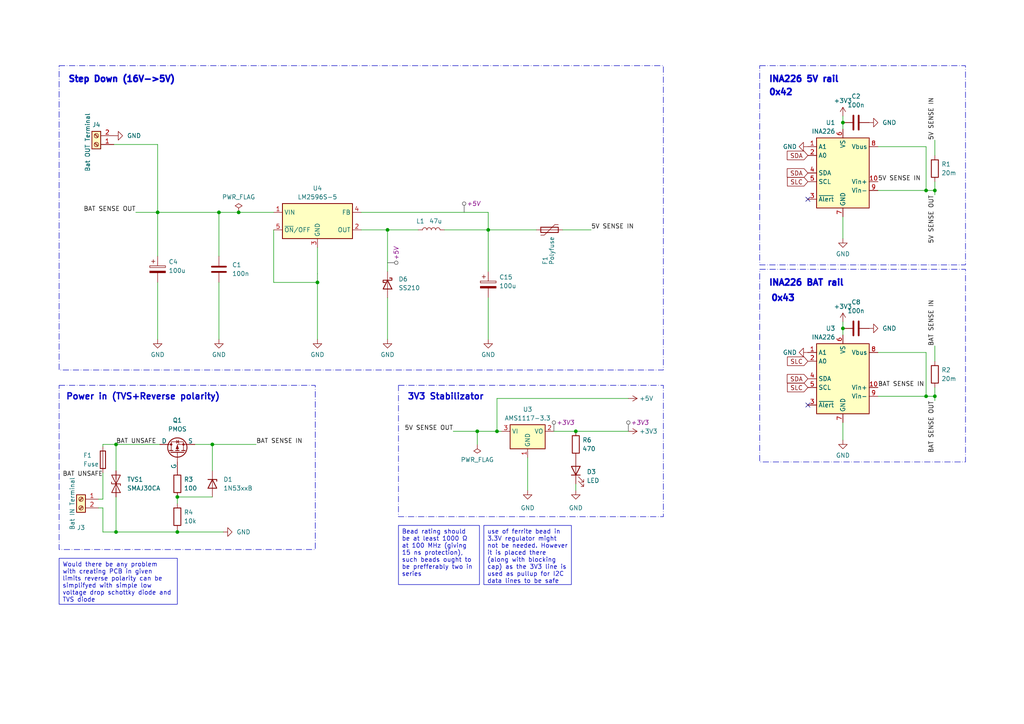
<source format=kicad_sch>
(kicad_sch (version 20230121) (generator eeschema)
  (paper "A4")
  (title_block (title "Power supply and voltage monitoring") (date "2023-10-17") (rev "1.0"))
  (lib_symbols
    (symbol "Connector:Screw_Terminal_01x02" (pin_names (offset 1.016) hide)
      (property "Reference" "J" (at 0 2.54 0))
      (property "Value" "Screw_Terminal_01x02" (at 0 -5.08 0))
      (symbol "Screw_Terminal_01x02_1_1"
        (rectangle (start -1.27 1.27) (end 1.27 -3.81) (stroke (width 0.254)) (fill (type background)))
        (circle (center 0 -2.54) (radius 0.635) (stroke (width 0.1524)))
        (polyline (pts (xy -0.5334 -2.2098) (xy 0.3302 -3.048)) (stroke (width 0.1524)))
        (polyline (pts (xy -0.5334 0.3302) (xy 0.3302 -0.508)) (stroke (width 0.1524)))
        (polyline (pts (xy -0.3556 -2.032) (xy 0.508 -2.8702)) (stroke (width 0.1524)))
        (polyline (pts (xy -0.3556 0.508) (xy 0.508 -0.3302)) (stroke (width 0.1524)))
        (circle (center 0 0) (radius 0.635) (stroke (width 0.1524)))
        (pin passive line (at -5.08 0 0) (length 3.81) (name "Pin_1") (number "1"))
        (pin passive line (at -5.08 -2.54 0) (length 3.81) (name "Pin_2") (number "2"))
      )
    )
    (symbol "Device:C" (pin_numbers hide) (pin_names (offset 0.254))
      (property "Reference" "C" (at 0.635 2.54 0))
      (property "Value" "C" (at 0.635 -2.54 0))
      (symbol "C_0_1"
        (polyline (pts (xy -2.032 -0.762) (xy 2.032 -0.762)) (stroke (width 0.508)))
        (polyline (pts (xy -2.032 0.762) (xy 2.032 0.762)) (stroke (width 0.508)))
      )
      (symbol "C_1_1"
        (pin passive line (at 0 3.81 270) (length 2.794) (name "~") (number "1"))
        (pin passive line (at 0 -3.81 90) (length 2.794) (name "~") (number "2"))
      )
    )
    (symbol "Device:C_Polarized" (pin_numbers hide) (pin_names (offset 0.254))
      (property "Reference" "C" (at 0.635 2.54 0))
      (property "Value" "C_Polarized" (at 0.635 -2.54 0))
      (symbol "C_Polarized_0_1"
        (rectangle (start -2.286 0.508) (end 2.286 1.016))
        (polyline (pts (xy -1.778 2.286) (xy -0.762 2.286)))
        (polyline (pts (xy -1.27 2.794) (xy -1.27 1.778)))
        (rectangle (start 2.286 -0.508) (end -2.286 -1.016) (fill (type outline)))
      )
      (symbol "C_Polarized_1_1"
        (pin passive line (at 0 3.81 270) (length 2.794) (name "~") (number "1"))
        (pin passive line (at 0 -3.81 90) (length 2.794) (name "~") (number "2"))
      )
    )
    (symbol "Device:D_Schottky" (pin_numbers hide) (pin_names (offset 1.016) hide)
      (property "Reference" "D" (at 0 2.54 0))
      (property "Value" "D_Schottky" (at 0 -2.54 0))
      (symbol "D_Schottky_0_1"
        (polyline (pts (xy 1.27 0) (xy -1.27 0)))
        (polyline (pts (xy 1.27 1.27) (xy 1.27 -1.27) (xy -1.27 0) (xy 1.27 1.27)) (stroke (width 0.254)))
        (polyline (pts (xy -1.905 0.635) (xy -1.905 1.27) (xy -1.27 1.27) (xy -1.27 -1.27) (xy -0.635 -1.27) (xy -0.635 -0.635)) (stroke (width 0.254)))
      )
      (symbol "D_Schottky_1_1"
        (pin passive line (at -3.81 0 0) (length 2.54) (name "K") (number "1"))
        (pin passive line (at 3.81 0 180) (length 2.54) (name "A") (number "2"))
      )
    )
    (symbol "Device:Fuse" (pin_numbers hide) (pin_names (offset 0))
      (property "Reference" "F" (at 2.032 0 90))
      (property "Value" "Fuse" (at -1.905 0 90))
      (symbol "Fuse_0_1"
        (rectangle (start -0.762 -2.54) (end 0.762 2.54) (stroke (width 0.254)))
        (polyline (pts (xy 0 2.54) (xy 0 -2.54)))
      )
      (symbol "Fuse_1_1"
        (pin passive line (at 0 3.81 270) (length 1.27) (name "~") (number "1"))
        (pin passive line (at 0 -3.81 90) (length 1.27) (name "~") (number "2"))
      )
    )
    (symbol "Device:L" (pin_numbers hide) (pin_names (offset 1.016) hide)
      (property "Reference" "L" (at -1.27 0 90))
      (property "Value" "L" (at 1.905 0 90))
      (symbol "L_0_1"
        (arc (start 0 -2.54) (mid 0.6323 -1.905) (end 0 -1.27))
        (arc (start 0 -1.27) (mid 0.6323 -0.635) (end 0 0))
        (arc (start 0 0) (mid 0.6323 0.635) (end 0 1.27))
        (arc (start 0 1.27) (mid 0.6323 1.905) (end 0 2.54))
      )
      (symbol "L_1_1"
        (pin passive line (at 0 3.81 270) (length 1.27) (name "1") (number "1"))
        (pin passive line (at 0 -3.81 90) (length 1.27) (name "2") (number "2"))
      )
    )
    (symbol "Device:LED" (pin_numbers hide) (pin_names (offset 1.016) hide)
      (property "Reference" "D" (at 0 2.54 0))
      (property "Value" "LED" (at 0 -2.54 0))
      (symbol "LED_0_1"
        (polyline (pts (xy -1.27 -1.27) (xy -1.27 1.27)) (stroke (width 0.254)))
        (polyline (pts (xy -1.27 0) (xy 1.27 0)))
        (polyline (pts (xy 1.27 -1.27) (xy 1.27 1.27) (xy -1.27 0) (xy 1.27 -1.27)) (stroke (width 0.254)))
        (polyline (pts (xy -3.048 -0.762) (xy -4.572 -2.286) (xy -3.81 -2.286) (xy -4.572 -2.286) (xy -4.572 -1.524)))
        (polyline (pts (xy -1.778 -0.762) (xy -3.302 -2.286) (xy -2.54 -2.286) (xy -3.302 -2.286) (xy -3.302 -1.524)))
      )
      (symbol "LED_1_1"
        (pin passive line (at -3.81 0 0) (length 2.54) (name "K") (number "1"))
        (pin passive line (at 3.81 0 180) (length 2.54) (name "A") (number "2"))
      )
    )
    (symbol "Device:Polyfuse" (pin_numbers hide) (pin_names (offset 0))
      (property "Reference" "F" (at -2.54 0 90))
      (property "Value" "Polyfuse" (at 2.54 0 90))
      (symbol "Polyfuse_0_1"
        (rectangle (start -0.762 2.54) (end 0.762 -2.54) (stroke (width 0.254)))
        (polyline (pts (xy 0 2.54) (xy 0 -2.54)))
        (polyline (pts (xy -1.524 2.54) (xy -1.524 1.524) (xy 1.524 -1.524) (xy 1.524 -2.54)))
      )
      (symbol "Polyfuse_1_1"
        (pin passive line (at 0 3.81 270) (length 1.27) (name "~") (number "1"))
        (pin passive line (at 0 -3.81 90) (length 1.27) (name "~") (number "2"))
      )
    )
    (symbol "Device:R" (pin_numbers hide) (pin_names (offset 0))
      (property "Reference" "R" (at 2.032 0 90))
      (property "Value" "R" (at 0 0 90))
      (symbol "R_0_1"
        (rectangle (start -1.016 -2.54) (end 1.016 2.54) (stroke (width 0.254)))
      )
      (symbol "R_1_1"
        (pin passive line (at 0 3.81 270) (length 1.27) (name "~") (number "1"))
        (pin passive line (at 0 -3.81 90) (length 1.27) (name "~") (number "2"))
      )
    )
    (symbol "Diode:1N53xxB" (pin_numbers hide) (pin_names hide)
      (property "Reference" "D" (at 0 2.54 0))
      (property "Value" "1N53xxB" (at 0 -2.54 0))
      (symbol "1N53xxB_0_1"
        (polyline (pts (xy 1.27 0) (xy -1.27 0)))
        (polyline (pts (xy -1.27 -1.27) (xy -1.27 1.27) (xy -0.762 1.27)) (stroke (width 0.254)))
        (polyline (pts (xy 1.27 -1.27) (xy 1.27 1.27) (xy -1.27 0) (xy 1.27 -1.27)) (stroke (width 0.254)))
      )
      (symbol "1N53xxB_1_1"
        (pin passive line (at -3.81 0 0) (length 2.54) (name "K") (number "1"))
        (pin passive line (at 3.81 0 180) (length 2.54) (name "A") (number "2"))
      )
    )
    (symbol "Diode:SMAJ30CA" (pin_numbers hide) (pin_names (offset 1.016) hide)
      (property "Reference" "D" (at 0 2.54 0))
      (property "Value" "SMAJ30CA" (at 0 -2.54 0))
      (symbol "SMAJ30CA_0_1"
        (polyline (pts (xy 1.27 0) (xy -1.27 0)))
        (polyline (pts (xy -2.54 -1.27) (xy 0 0) (xy -2.54 1.27) (xy -2.54 -1.27)) (stroke (width 0.2032)))
        (polyline (pts (xy 0.508 1.27) (xy 0 1.27) (xy 0 -1.27) (xy -0.508 -1.27)) (stroke (width 0.2032)))
        (polyline (pts (xy 2.54 1.27) (xy 2.54 -1.27) (xy 0 0) (xy 2.54 1.27)) (stroke (width 0.2032)))
      )
      (symbol "SMAJ30CA_1_1"
        (pin passive line (at -3.81 0 0) (length 2.54) (name "A1") (number "1"))
        (pin passive line (at 3.81 0 180) (length 2.54) (name "A2") (number "2"))
      )
    )
    (symbol "Regulator_Linear:AMS1117-3.3"
      (property "Reference" "U" (at -3.81 3.175 0))
      (property "Value" "AMS1117-3.3" (at 0 3.175 0))
      (symbol "AMS1117-3.3_0_1"
        (rectangle (start -5.08 -5.08) (end 5.08 1.905) (stroke (width 0.254)) (fill (type background)))
      )
      (symbol "AMS1117-3.3_1_1"
        (pin power_in line (at 0 -7.62 90) (length 2.54) (name "GND") (number "1"))
        (pin power_out line (at 7.62 0 180) (length 2.54) (name "VO") (number "2"))
        (pin power_in line (at -7.62 0 0) (length 2.54) (name "VI") (number "3"))
      )
    )
    (symbol "Regulator_Switching:LM2596S-5"
      (property "Reference" "U" (at -10.16 6.35 0))
      (property "Value" "LM2596S-5" (at 0 6.35 0))
      (symbol "LM2596S-5_0_1"
        (rectangle (start -10.16 5.08) (end 10.16 -5.08) (stroke (width 0.254)) (fill (type background)))
      )
      (symbol "LM2596S-5_1_1"
        (pin power_in line (at -12.7 2.54 0) (length 2.54) (name "VIN") (number "1"))
        (pin output line (at 12.7 -2.54 180) (length 2.54) (name "OUT") (number "2"))
        (pin power_in line (at 0 -7.62 90) (length 2.54) (name "GND") (number "3"))
        (pin input line (at 12.7 2.54 180) (length 2.54) (name "FB") (number "4"))
        (pin input line (at -12.7 -2.54 0) (length 2.54) (name "~{ON}/OFF") (number "5"))
      )
    )
    (symbol "Sensor_Energy:INA226"
      (property "Reference" "U" (at -6.35 11.43 0))
      (property "Value" "INA226" (at 3.81 11.43 0))
      (symbol "INA226_0_1"
        (rectangle (start 7.62 10.16) (end -7.62 -10.16) (stroke (width 0.254)) (fill (type background)))
      )
      (symbol "INA226_1_1"
        (pin input line (at 10.16 7.62 180) (length 2.54) (name "A1") (number "1"))
        (pin input line (at -10.16 -2.54 0) (length 2.54) (name "Vin+") (number "10"))
        (pin input line (at 10.16 5.08 180) (length 2.54) (name "A0") (number "2"))
        (pin open_collector line (at 10.16 -7.62 180) (length 2.54) (name "~{Alert}") (number "3"))
        (pin bidirectional line (at 10.16 0 180) (length 2.54) (name "SDA") (number "4"))
        (pin input line (at 10.16 -2.54 180) (length 2.54) (name "SCL") (number "5"))
        (pin power_in line (at 0 12.7 270) (length 2.54) (name "VS") (number "6"))
        (pin power_in line (at 0 -12.7 90) (length 2.54) (name "GND") (number "7"))
        (pin input line (at -10.16 7.62 0) (length 2.54) (name "Vbus") (number "8"))
        (pin input line (at -10.16 -5.08 0) (length 2.54) (name "Vin-") (number "9"))
      )
    )
    (symbol "Simulation_SPICE:PMOS" (pin_numbers hide) (pin_names (offset 0))
      (property "Reference" "Q" (at 5.08 1.27 0))
      (property "Value" "PMOS" (at 5.08 -1.27 0))
      (symbol "PMOS_0_1"
        (polyline (pts (xy 0.254 0) (xy -2.54 0)))
        (polyline (pts (xy 0.254 1.905) (xy 0.254 -1.905)) (stroke (width 0.254)))
        (polyline (pts (xy 0.762 -1.27) (xy 0.762 -2.286)) (stroke (width 0.254)))
        (polyline (pts (xy 0.762 0.508) (xy 0.762 -0.508)) (stroke (width 0.254)))
        (polyline (pts (xy 0.762 2.286) (xy 0.762 1.27)) (stroke (width 0.254)))
        (polyline (pts (xy 2.54 2.54) (xy 2.54 1.778)))
        (polyline (pts (xy 2.54 -2.54) (xy 2.54 0) (xy 0.762 0)))
        (polyline (pts (xy 0.762 1.778) (xy 3.302 1.778) (xy 3.302 -1.778) (xy 0.762 -1.778)))
        (polyline (pts (xy 2.286 0) (xy 1.27 0.381) (xy 1.27 -0.381) (xy 2.286 0)) (fill (type outline)))
        (polyline (pts (xy 2.794 -0.508) (xy 2.921 -0.381) (xy 3.683 -0.381) (xy 3.81 -0.254)))
        (polyline (pts (xy 3.302 -0.381) (xy 2.921 0.254) (xy 3.683 0.254) (xy 3.302 -0.381)))
        (circle (center 1.651 0) (radius 2.794) (stroke (width 0.254)))
        (circle (center 2.54 -1.778) (radius 0.254) (fill (type outline)))
        (circle (center 2.54 1.778) (radius 0.254) (fill (type outline)))
      )
      (symbol "PMOS_1_1"
        (pin passive line (at 2.54 5.08 270) (length 2.54) (name "D") (number "1"))
        (pin input line (at -5.08 0 0) (length 2.54) (name "G") (number "2"))
        (pin passive line (at 2.54 -5.08 90) (length 2.54) (name "S") (number "3"))
      )
    )
    (symbol "power:+3V3" (power) (pin_names (offset 0))
      (property "Value" "+3V3" (at 0 3.556 0))
      (symbol "+3V3_0_1"
        (polyline (pts (xy -0.762 1.27) (xy 0 2.54)))
        (polyline (pts (xy 0 0) (xy 0 2.54)))
        (polyline (pts (xy 0 2.54) (xy 0.762 1.27)))
      )
      (symbol "+3V3_1_1"
        (pin power_in line (at 0 0 90) (length 0) hide (name "+3V3") (number "1"))
      )
    )
    (symbol "power:+5V" (power) (pin_names (offset 0))
      (property "Value" "+5V" (at 0 3.556 0))
      (symbol "+5V_0_1"
        (polyline (pts (xy -0.762 1.27) (xy 0 2.54)))
        (polyline (pts (xy 0 0) (xy 0 2.54)))
        (polyline (pts (xy 0 2.54) (xy 0.762 1.27)))
      )
      (symbol "+5V_1_1"
        (pin power_in line (at 0 0 90) (length 0) hide (name "+5V") (number "1"))
      )
    )
    (symbol "power:GND" (power) (pin_names (offset 0))
      (property "Value" "GND" (at 0 -3.81 0))
      (symbol "GND_0_1"
        (polyline (pts (xy 0 0) (xy 0 -1.27) (xy 1.27 -1.27) (xy 0 -2.54) (xy -1.27 -1.27) (xy 0 -1.27)))
      )
      (symbol "GND_1_1"
        (pin power_in line (at 0 0 270) (length 0) hide (name "GND") (number "1"))
      )
    )
    (symbol "power:PWR_FLAG" (power) (pin_numbers hide) (pin_names (offset 0) hide)
      (property "Value" "PWR_FLAG" (at 0 3.81 0))
      (symbol "PWR_FLAG_0_0"
        (pin power_out line (at 0 0 90) (length 0) (name "pwr") (number "1"))
      )
      (symbol "PWR_FLAG_0_1"
        (polyline (pts (xy 0 0) (xy 0 1.27) (xy -1.016 1.905) (xy 0 2.54) (xy 1.016 1.905) (xy 0 1.27)))
      )
    )
  )
  (junction (at 112.395 66.675))
  (junction (at 167.005 125.095))
  (junction (at 144.145 125.095))
  (junction (at 92.075 81.915))
  (junction (at 244.475 35.56))
  (junction (at 51.435 154.305))
  (junction (at 69.215 61.595))
  (junction (at 268.605 55.245))
  (junction (at 33.655 154.305))
  (junction (at 33.655 128.905))
  (junction (at 268.605 114.935))
  (junction (at 63.5 61.595))
  (junction (at 141.605 66.675))
  (junction (at 138.43 125.095))
  (junction (at 271.145 114.935))
  (junction (at 271.145 55.245))
  (junction (at 244.475 95.25))
  (junction (at 61.595 128.905))
  (junction (at 45.72 61.595))
  (junction (at 51.435 144.145))
  (no_connect (at 234.315 57.785))
  (no_connect (at 234.315 117.475))
  (wire (pts (xy 92.075 81.915) (xy 92.075 98.425)))
  (wire (pts (xy 33.655 144.145) (xy 33.655 154.305)))
  (wire (pts (xy 271.145 52.705) (xy 271.145 55.245)))
  (wire (pts (xy 29.845 154.305) (xy 33.655 154.305)))
  (wire (pts (xy 33.655 128.905) (xy 46.355 128.905)))
  (wire (pts (xy 254.635 114.935) (xy 268.605 114.935)))
  (wire (pts (xy 244.475 122.555) (xy 244.475 127.635)))
  (wire (pts (xy 29.845 147.32) (xy 29.845 154.305)))
  (wire (pts (xy 39.37 61.595) (xy 45.72 61.595)))
  (wire (pts (xy 63.5 61.595) (xy 63.5 74.295)))
  (wire (pts (xy 29.845 128.905) (xy 33.655 128.905)))
  (wire (pts (xy 45.72 61.595) (xy 63.5 61.595)))
  (wire (pts (xy 141.605 66.675) (xy 141.605 78.74)))
  (wire (pts (xy 33.655 154.305) (xy 51.435 154.305)))
  (wire (pts (xy 128.905 66.675) (xy 141.605 66.675)))
  (wire (pts (xy 167.005 140.335) (xy 167.005 142.24)))
  (wire (pts (xy 271.145 55.245) (xy 271.145 56.515)))
  (wire (pts (xy 254.635 55.245) (xy 268.605 55.245)))
  (wire (pts (xy 244.475 95.25) (xy 244.475 97.155)))
  (wire (pts (xy 141.605 61.595) (xy 141.605 66.675)))
  (wire (pts (xy 271.145 40.64) (xy 271.145 45.085)))
  (wire (pts (xy 271.145 100.33) (xy 271.145 104.775)))
  (wire (pts (xy 141.605 66.675) (xy 155.575 66.675)))
  (wire (pts (xy 254.635 42.545) (xy 268.605 42.545)))
  (wire (pts (xy 51.435 144.145) (xy 51.435 146.05)))
  (wire (pts (xy 33.02 41.91) (xy 45.72 41.91)))
  (wire (pts (xy 28.575 147.32) (xy 29.845 147.32)))
  (wire (pts (xy 51.435 154.305) (xy 64.77 154.305)))
  (wire (pts (xy 45.72 41.91) (xy 45.72 61.595)))
  (wire (pts (xy 61.595 128.905) (xy 74.295 128.905)))
  (wire (pts (xy 79.375 81.915) (xy 92.075 81.915)))
  (wire (pts (xy 63.5 81.915) (xy 63.5 98.425)))
  (wire (pts (xy 92.075 71.755) (xy 92.075 79.375)))
  (wire (pts (xy 167.005 125.095) (xy 182.245 125.095)))
  (wire (pts (xy 104.775 61.595) (xy 141.605 61.595)))
  (wire (pts (xy 244.475 35.56) (xy 244.475 37.465)))
  (wire (pts (xy 244.475 33.655) (xy 244.475 35.56)))
  (wire (pts (xy 56.515 128.905) (xy 61.595 128.905)))
  (wire (pts (xy 51.435 144.145) (xy 61.595 144.145)))
  (wire (pts (xy 138.43 128.905) (xy 138.43 125.095)))
  (wire (pts (xy 254.635 102.235) (xy 268.605 102.235)))
  (wire (pts (xy 141.605 86.36) (xy 141.605 98.425)))
  (wire (pts (xy 28.575 144.78) (xy 29.845 144.78)))
  (wire (pts (xy 45.72 61.595) (xy 45.72 74.295)))
  (wire (pts (xy 112.395 66.675) (xy 121.285 66.675)))
  (wire (pts (xy 79.375 81.915) (xy 79.375 66.675)))
  (wire (pts (xy 63.5 61.595) (xy 69.215 61.595)))
  (wire (pts (xy 244.475 62.865) (xy 244.475 69.215)))
  (wire (pts (xy 268.605 102.235) (xy 268.605 114.935)))
  (wire (pts (xy 33.655 128.905) (xy 33.655 136.525)))
  (wire (pts (xy 271.145 114.935) (xy 271.145 116.205)))
  (wire (pts (xy 61.595 128.905) (xy 61.595 136.525)))
  (wire (pts (xy 45.72 81.915) (xy 45.72 98.425)))
  (wire (pts (xy 112.395 86.36) (xy 112.395 98.425)))
  (wire (pts (xy 163.195 66.675) (xy 171.45 66.675)))
  (wire (pts (xy 268.605 55.245) (xy 271.145 55.245)))
  (wire (pts (xy 29.845 129.54) (xy 29.845 128.905)))
  (wire (pts (xy 69.215 61.595) (xy 79.375 61.595)))
  (wire (pts (xy 167.005 125.095) (xy 160.655 125.095)))
  (wire (pts (xy 51.435 153.67) (xy 51.435 154.305)))
  (wire (pts (xy 144.145 115.57) (xy 144.145 125.095)))
  (wire (pts (xy 29.845 137.16) (xy 29.845 144.78)))
  (wire (pts (xy 271.145 112.395) (xy 271.145 114.935)))
  (wire (pts (xy 244.475 93.345) (xy 244.475 95.25)))
  (wire (pts (xy 138.43 125.095) (xy 144.145 125.095)))
  (wire (pts (xy 144.145 115.57) (xy 182.245 115.57)))
  (wire (pts (xy 112.395 66.675) (xy 112.395 78.74)))
  (wire (pts (xy 104.775 66.675) (xy 112.395 66.675)))
  (wire (pts (xy 144.145 125.095) (xy 145.415 125.095)))
  (wire (pts (xy 153.035 132.715) (xy 153.035 142.24)))
  (wire (pts (xy 268.605 42.545) (xy 268.605 55.245)))
  (wire (pts (xy 131.445 125.095) (xy 138.43 125.095)))
  (wire (pts (xy 268.605 114.935) (xy 271.145 114.935)))
  (wire (pts (xy 92.075 79.375) (xy 92.075 81.915)) (stroke (width 0) (color 0 136 0 1)))
  (rectangle (start 220.345 78.105) (end 280.035 133.985) (stroke (width 0) (type dash_dot)))
  (rectangle (start 220.345 19.05) (end 280.035 76.835) (stroke (width 0) (type dash_dot)))
  (rectangle (start 17.145 19.05) (end 192.405 107.315) (stroke (width 0) (type dash_dot)))
  (rectangle (start 17.145 111.76) (end 91.44 159.385) (stroke (width 0) (type dash_dot)))
  (rectangle (start 115.57 111.76) (end 192.405 149.86) (stroke (width 0) (type dash_dot)))
  (text_box "Bead rating should be at least 1000 Ω at 100 MHz (giving 15 ns protection), such beads ought to be prefferably two in series" (at 115.57 152.4 0) (size 23.495 17.145) (effects (font (size 1.27 1.27)) (justify left top)))
  (text_box "Would there be any problem with creating PCB in given limits reverse polarity can be simplifyed with simple low voltage drop schottky diode and TVS diode" (at 17.145 161.925 0) (size 34.29 13.335) (effects (font (size 1.27 1.27)) (justify left top)))
  (text_box "use of ferrite bead in 3.3V regulator might not be needed. However it is placed there (along with blocking cap) as the 3V3 line is used as pullup for I2C data lines to be safe" (at 140.335 152.4 0) (size 25.4 17.145) (effects (font (size 1.27 1.27)) (justify left top)))
  (text "0x42\n" (at 222.885 27.94 0) (effects (font (size 1.8 1.8) (thickness 0.45)) (justify left bottom)))
  (text "Step Down (16V->5V)" (at 19.685 24.13 0) (effects (font (size 1.8 1.8) (thickness 0.45)) (justify left bottom)))
  (text "3V3 Stabilizator" (at 118.11 116.205 0) (effects (font (size 1.8 1.8) (thickness 0.36) bold) (justify left bottom)))
  (text "INA226 5V rail\n" (at 222.885 24.13 0) (effects (font (size 1.8 1.8) (thickness 0.45)) (justify left bottom)))
  (text "INA226 BAT rail\n" (at 222.885 83.185 0) (effects (font (size 1.8 1.8) (thickness 0.45)) (justify left bottom)))
  (text "0x43\n" (at 223.52 87.63 0) (effects (font (size 1.8 1.8) (thickness 0.45)) (justify left bottom)))
  (text "Power in (TVS+Reverse polarity)" (at 19.05 116.205 0) (effects (font (size 1.8 1.8) (thickness 0.36) bold) (justify left bottom)))
  (label "BAT SENSE IN" (at 254.635 112.395 0))
  (label "BAT UNSAFE" (at 29.845 138.43 180))
  (label "BAT SENSE OUT" (at 271.145 116.205 270))
  (label "5V SENSE OUT" (at 271.145 56.515 270))
  (label "BAT UNSAFE" (at 33.655 128.905 0))
  (label "5V SENSE IN" (at 271.145 40.64 90))
  (label "BAT SENSE IN" (at 271.145 100.33 90))
  (label "5V SENSE OUT" (at 131.445 125.095 180))
  (label "BAT SENSE OUT" (at 39.37 61.595 180))
  (label "BAT SENSE IN" (at 74.295 128.905 0))
  (label "5V SENSE IN" (at 254.635 52.705 0))
  (label "5V SENSE IN" (at 171.45 66.675 0))
  (global_label "SDA" (shape input) (at 234.315 109.855 180) (property "Intersheetrefs" "${INTERSHEET_REFS}" (effects hide)))
  (global_label "SDA" (shape input) (at 234.315 50.165 180) (property "Intersheetrefs" "${INTERSHEET_REFS}" (effects hide)))
  (global_label "SLC" (shape input) (at 234.315 112.395 180) (property "Intersheetrefs" "${INTERSHEET_REFS}" (effects hide)))
  (global_label "SDA" (shape input) (at 234.315 45.085 180) (property "Intersheetrefs" "${INTERSHEET_REFS}" (effects hide)))
  (global_label "SLC" (shape input) (at 234.315 104.775 180) (property "Intersheetrefs" "${INTERSHEET_REFS}" (effects hide)))
  (global_label "SLC" (shape input) (at 234.315 52.705 180) (property "Intersheetrefs" "${INTERSHEET_REFS}" (effects hide)))
  (netclass_flag "" (length 2.54) (shape round) (at 112.395 76.2 270) (property "Netclass" "+5V" (at 114.935 75.5015 90) (effects (font italic) (justify left))))
  (netclass_flag "" (length 2.54) (shape round) (at 134.62 61.595 0) (property "Netclass" "+5V" (at 135.3185 59.055 0) (effects (font italic) (justify left))))
  (netclass_flag "" (length 2.54) (shape round) (at 182.245 125.095 0) (property "Netclass" "+3V3" (at 182.9435 122.555 0) (effects (font italic) (justify left))))
  (netclass_flag "" (length 2.54) (shape round) (at 160.655 125.095 0) (property "Netclass" "+3V3" (at 161.3535 122.555 0) (effects (font italic) (justify left))))
  (symbol (lib_id "power:PWR_FLAG") (at 69.215 61.595 0) (unit 1)
    (property "Reference" "#FLG03" (effects hide))
    (property "Value" "PWR_FLAG" (at 69.215 57.15 0))
  )
  (symbol (lib_id "power:GND") (at 63.5 98.425 0) (unit 1)
    (property "Reference" "#PWR011" (effects hide))
    (property "Value" "GND" (at 63.5 102.87 0))
  )
  (symbol (lib_id "Device:R") (at 51.435 149.86 0) (unit 1)
    (property "Reference" "R4" (at 53.34 148.59 0) (effects (justify left)))
    (property "Value" "10k" (at 53.34 151.13 0) (effects (justify left)))
    (property "Footprint" "Resistor_SMD:R_1206_3216Metric" (effects hide))
  )
  (symbol (lib_id "power:GND") (at 234.315 102.235 270) (mirror x) (unit 1)
    (property "Reference" "#PWR06" (effects hide))
    (property "Value" "GND" (at 231.14 102.235 90) (effects (justify right)))
  )
  (symbol (lib_id "Diode:1N53xxB") (at 61.595 140.335 270) (unit 1)
    (property "Reference" "D1" (at 64.77 139.065 90) (effects (justify left)))
    (property "Value" "1N53xxB" (at 64.77 141.605 90) (effects (justify left)))
    (property "Footprint" "Diode_THT:D_DO-201_P3.81mm_Vertical_AnodeUp" (effects hide))
    (property "Datasheet" "https://diotec.com/tl_files/diotec/files/pdf/datasheets/1n5345b.pdf" (effects hide))
  )
  (symbol (lib_id "Diode:SMAJ30CA") (at 33.655 140.335 90) (unit 1)
    (property "Reference" "TVS1" (at 36.83 139.065 90) (effects (justify right)))
    (property "Value" "SMAJ30CA" (at 36.83 141.605 90) (effects (justify right)))
    (property "Footprint" "Diode_SMD:D_SMA" (effects hide))
    (property "Datasheet" "https://www.littelfuse.com/media?resourcetype=datasheets&itemid=75e32973-b177-4ee3-a0ff-cedaf1abdb93&filename=smaj-datasheet" (effects hide))
  )
  (symbol (lib_id "power:GND") (at 33.02 39.37 90) (unit 1)
    (property "Reference" "#PWR03" (effects hide))
    (property "Value" "GND" (at 36.83 39.37 90) (effects (justify right)))
  )
  (symbol (lib_id "Device:R") (at 271.145 48.895 0) (unit 1)
    (property "Reference" "R1" (at 273.05 47.625 0) (effects (justify left)))
    (property "Value" "20m" (at 273.05 50.165 0) (effects (justify left)))
    (property "Footprint" "Resistor_SMD:R_1206_3216Metric" (effects hide))
  )
  (symbol (lib_id "power:+3V3") (at 244.475 93.345 0) (unit 1)
    (property "Reference" "#PWR046" (effects hide))
    (property "Value" "+3V3" (at 244.475 88.9 0))
  )
  (symbol (lib_id "power:GND") (at 45.72 98.425 0) (unit 1)
    (property "Reference" "#PWR013" (effects hide))
    (property "Value" "GND" (at 45.72 102.87 0))
  )
  (symbol (lib_id "Device:C") (at 63.5 78.105 0) (unit 1)
    (property "Reference" "C1" (at 67.31 76.835 0) (effects (justify left)))
    (property "Value" "100n" (at 67.31 79.375 0) (effects (justify left)))
    (property "Footprint" "Capacitor_SMD:C_0603_1608Metric" (effects hide))
  )
  (symbol (lib_id "Device:LED") (at 167.005 136.525 90) (unit 1)
    (property "Reference" "D3" (at 170.18 136.8425 90) (effects (justify right)))
    (property "Value" "LED" (at 170.18 139.3825 90) (effects (justify right)))
    (property "Footprint" "LED_SMD:LED_0805_2012Metric" (effects hide))
  )
  (symbol (lib_id "Device:R") (at 271.145 108.585 0) (unit 1)
    (property "Reference" "R2" (at 273.05 107.315 0) (effects (justify left)))
    (property "Value" "20m" (at 273.05 109.855 0) (effects (justify left)))
    (property "Footprint" "Resistor_SMD:R_2512_6332Metric" (effects hide))
  )
  (symbol (lib_id "Connector:Screw_Terminal_01x02") (at 23.495 144.78 0) (mirror y) (unit 1)
    (property "Reference" "J3" (at 23.495 153.035 0))
    (property "Value" "Bat IN Terminal" (at 20.955 146.05 90))
    (property "Footprint" "TerminalBlock:TerminalBlock_bornier-2_P5.08mm" (effects hide))
  )
  (symbol (lib_id "Device:R") (at 51.435 140.335 0) (unit 1)
    (property "Reference" "R3" (at 53.34 139.065 0) (effects (justify left)))
    (property "Value" "100" (at 53.34 141.605 0) (effects (justify left)))
    (property "Footprint" "Resistor_SMD:R_1206_3216Metric" (effects hide))
  )
  (symbol (lib_id "power:+3V3") (at 182.245 125.095 270) (unit 1)
    (property "Reference" "#PWR044" (effects hide))
    (property "Value" "+3V3" (at 185.42 125.095 90) (effects (justify left)))
  )
  (symbol (lib_id "power:GND") (at 244.475 127.635 0) (unit 1)
    (property "Reference" "#PWR017" (effects hide))
    (property "Value" "GND" (at 244.475 132.08 0))
  )
  (symbol (lib_id "power:GND") (at 153.035 142.24 0) (unit 1)
    (property "Reference" "#PWR011" (effects hide))
    (property "Value" "GND" (at 153.035 147.32 0))
    (instances (project "uav_project" (path "" (reference "#PWR011") (unit 1)) (path "" (reference "#PWR010") (unit 1))))
  )
  (symbol (lib_id "power:GND") (at 234.315 42.545 270) (mirror x) (unit 1)
    (property "Reference" "#PWR09" (effects hide))
    (property "Value" "GND" (at 231.14 42.545 90) (effects (justify right)))
  )
  (symbol (lib_id "Simulation_SPICE:PMOS") (at 51.435 131.445 90) (unit 1)
    (property "Reference" "Q1" (at 51.435 121.92 90))
    (property "Value" "PMOS" (at 51.435 124.46 90))
    (property "Footprint" "Package_TO_SOT_THT:TO-220-3_Vertical" (effects hide))
    (property "Datasheet" "https://ngspice.sourceforge.io/docs/ngspice-manual.pdf" (effects hide))
    (property "Sim.Device" "PMOS" (effects hide))
    (property "Sim.Type" "VDMOS" (effects hide))
    (property "Sim.Pins" "1=D 2=G 3=S" (effects hide))
  )
  (symbol (lib_id "power:GND") (at 167.005 142.24 0) (unit 1)
    (property "Reference" "#PWR037" (effects hide))
    (property "Value" "GND" (at 167.005 147.32 0))
  )
  (symbol (lib_id "power:+5V") (at 182.245 115.57 270) (unit 1)
    (property "Reference" "#PWR043" (effects hide))
    (property "Value" "+5V" (at 185.42 115.57 90) (effects (justify left)))
  )
  (symbol (lib_id "power:GND") (at 64.77 154.305 90) (unit 1)
    (property "Reference" "#PWR09" (effects hide))
    (property "Value" "GND" (at 68.58 154.305 90) (effects (justify right)))
    (instances (project "uav_project" (path "" (reference "#PWR09") (unit 1)) (path "" (reference "#PWR01") (unit 1))))
  )
  (symbol (lib_id "Regulator_Switching:LM2596S-5") (at 92.075 64.135 0) (unit 1)
    (property "Reference" "U4" (at 92.075 54.61 0))
    (property "Value" "LM2596S-5" (at 92.075 57.15 0))
    (property "Footprint" "Package_TO_SOT_SMD:TO-263-5_TabPin3" (effects hide))
    (property "Datasheet" "http://www.ti.com/lit/ds/symlink/lm2596.pdf" (effects hide))
  )
  (symbol (lib_id "Device:C") (at 248.285 95.25 90) (unit 1)
    (property "Reference" "C8" (at 248.285 87.63 90))
    (property "Value" "100n" (at 248.285 90.17 90))
    (property "Footprint" "Capacitor_SMD:C_0603_1608Metric" (effects hide))
  )
  (symbol (lib_id "Device:D_Schottky") (at 112.395 82.55 270) (unit 1)
    (property "Reference" "D6" (at 115.57 80.9625 90) (effects (justify left)))
    (property "Value" "SS210" (at 115.57 83.5025 90) (effects (justify left)))
    (property "Footprint" "Diode_SMD:D_SMB" (effects hide))
  )
  (symbol (lib_id "Device:Fuse") (at 29.845 133.35 0) (unit 1)
    (property "Reference" "F1" (at 24.13 132.08 0) (effects (justify left)))
    (property "Value" "Fuse" (at 24.13 134.62 0) (effects (justify left)))
    (property "Footprint" "Fuse:Fuseholder_Clip-5x20mm_Littelfuse_111_Lateral_P18.80x5.00mm_D1.17mm_Horizontal" (effects hide))
  )
  (symbol (lib_id "power:GND") (at 92.075 98.425 0) (unit 1)
    (property "Reference" "#PWR014" (effects hide))
    (property "Value" "GND" (at 92.075 102.87 0))
  )
  (symbol (lib_id "power:GND") (at 252.095 35.56 90) (unit 1)
    (property "Reference" "#PWR045" (effects hide))
    (property "Value" "GND" (at 255.905 35.56 90) (effects (justify right)))
  )
  (symbol (lib_id "Sensor_Energy:INA226") (at 244.475 109.855 0) (mirror y) (unit 1)
    (property "Reference" "U3" (at 242.2809 95.25 0) (effects (justify left)))
    (property "Value" "INA226" (at 242.2809 97.79 0) (effects (justify left)))
    (property "Footprint" "Package_SO:VSSOP-10_3x3mm_P0.5mm" (effects hide))
    (property "Datasheet" "http://www.ti.com/lit/ds/symlink/ina226.pdf" (effects hide))
  )
  (symbol (lib_id "Regulator_Linear:AMS1117-3.3") (at 153.035 125.095 0) (unit 1)
    (property "Reference" "U3" (at 153.035 118.745 0))
    (property "Value" "AMS1117-3.3" (at 153.035 121.285 0))
    (property "Footprint" "Package_TO_SOT_SMD:SOT-223-3_TabPin2" (effects hide))
    (property "Datasheet" "http://www.advanced-monolithic.com/pdf/ds1117.pdf" (effects hide))
    (instances (project "uav_project" (path "" (reference "U3") (unit 1)) (path "" (reference "U2") (unit 1))))
  )
  (symbol (lib_id "Connector:Screw_Terminal_01x02") (at 27.94 41.91 180) (unit 1)
    (property "Reference" "J4" (at 27.94 36.195 0))
    (property "Value" "Bat OUT Terminal" (at 25.4 41.275 90))
    (property "Footprint" "TerminalBlock:TerminalBlock_bornier-2_P5.08mm" (effects hide))
  )
  (symbol (lib_id "power:+3V3") (at 244.475 33.655 0) (unit 1)
    (property "Reference" "#PWR016" (effects hide))
    (property "Value" "+3V3" (at 244.475 29.21 0))
  )
  (symbol (lib_id "Device:C") (at 248.285 35.56 90) (unit 1)
    (property "Reference" "C2" (at 248.285 27.94 90))
    (property "Value" "100n" (at 248.285 30.48 90))
    (property "Footprint" "Capacitor_SMD:C_0603_1608Metric" (effects hide))
  )
  (symbol (lib_id "Device:C_Polarized") (at 141.605 82.55 0) (unit 1)
    (property "Reference" "C15" (at 144.78 80.391 0) (effects (justify left)))
    (property "Value" "100u" (at 144.78 82.931 0) (effects (justify left)))
    (property "Footprint" "Capacitor_THT:CP_Radial_D8.0mm_P3.50mm" (effects hide))
  )
  (symbol (lib_id "Device:C_Polarized") (at 45.72 78.105 0) (unit 1)
    (property "Reference" "C4" (at 48.895 75.946 0) (effects (justify left)))
    (property "Value" "100u" (at 48.895 78.486 0) (effects (justify left)))
    (property "Footprint" "Capacitor_THT:CP_Radial_D8.0mm_P3.50mm" (effects hide))
  )
  (symbol (lib_id "power:PWR_FLAG") (at 138.43 128.905 180) (unit 1)
    (property "Reference" "#FLG02" (effects hide))
    (property "Value" "PWR_FLAG" (at 138.43 133.35 0))
  )
  (symbol (lib_id "Device:L") (at 125.095 66.675 90) (unit 1)
    (property "Reference" "L1" (at 121.92 64.135 90))
    (property "Value" "47u" (at 126.365 64.135 90))
    (property "Footprint" "Inductor_SMD:L_Bourns-SRU8043" (effects hide))
  )
  (symbol (lib_id "Device:R") (at 167.005 128.905 0) (unit 1)
    (property "Reference" "R6" (at 168.91 127.635 0) (effects (justify left)))
    (property "Value" "470" (at 168.91 130.175 0) (effects (justify left)))
    (property "Footprint" "Resistor_SMD:R_0603_1608Metric" (effects hide))
  )
  (symbol (lib_id "Sensor_Energy:INA226") (at 244.475 50.165 0) (mirror y) (unit 1)
    (property "Reference" "U1" (at 242.2809 35.56 0) (effects (justify left)))
    (property "Value" "INA226" (at 242.2809 38.1 0) (effects (justify left)))
    (property "Footprint" "Package_SO:VSSOP-10_3x3mm_P0.5mm" (effects hide))
    (property "Datasheet" "http://www.ti.com/lit/ds/symlink/ina226.pdf" (effects hide))
  )
  (symbol (lib_id "power:GND") (at 112.395 98.425 0) (unit 1)
    (property "Reference" "#PWR08" (effects hide))
    (property "Value" "GND" (at 112.395 102.87 0))
  )
  (symbol (lib_id "power:GND") (at 252.095 95.25 90) (unit 1)
    (property "Reference" "#PWR080" (effects hide))
    (property "Value" "GND" (at 255.905 95.25 90) (effects (justify right)))
  )
  (symbol (lib_id "power:GND") (at 141.605 98.425 0) (unit 1)
    (property "Reference" "#PWR04" (effects hide))
    (property "Value" "GND" (at 141.605 102.87 0))
  )
  (symbol (lib_id "Device:Polyfuse") (at 159.385 66.675 90) (unit 1)
    (property "Reference" "F1" (at 158.115 76.835 0) (effects (justify left)))
    (property "Value" "Polyfuse" (at 160.02 76.835 0) (effects (justify left)))
    (property "Footprint" "Fuse:Fuse_1210_3225Metric" (effects hide))
    (instances (project "uav_project" (path "" (reference "F1") (unit 1)) (path "" (reference "F2") (unit 1))))
  )
  (symbol (lib_id "power:GND") (at 244.475 69.215 0) (unit 1)
    (property "Reference" "#PWR018" (effects hide))
    (property "Value" "GND" (at 244.475 73.66 0))
  )
)
</source>
